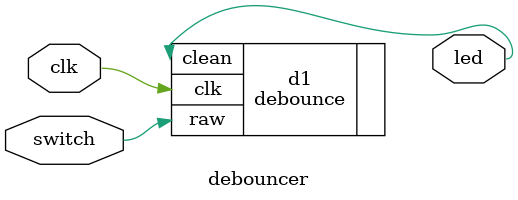
<source format=v>
`timescale 1ns / 1ps


module debouncer(input clk, switch, output reg led
    );
    
    debounce d1(.clk(clk), .raw(switch), .clean(led));
    
endmodule

</source>
